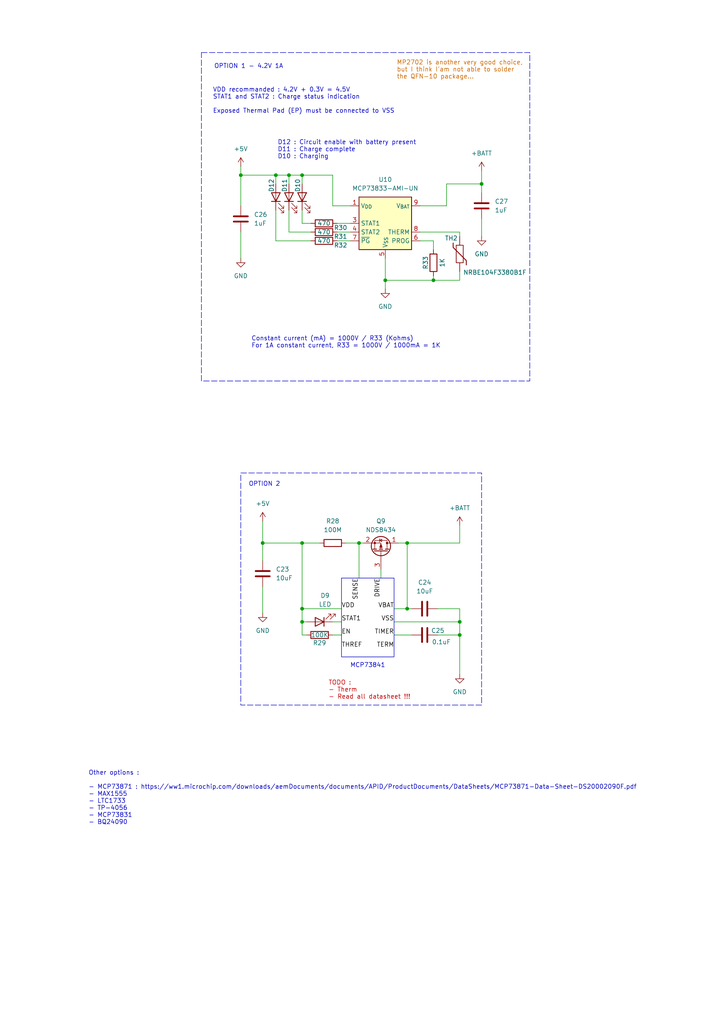
<source format=kicad_sch>
(kicad_sch (version 20231120) (generator "eeschema") (generator_version "8.0")
  (paper "A4" portrait)
  (title_block (title "Li-ion charge circuits") (date "2024-07-21") (rev "1.0") (company "Cool Inc."))
  (lib_symbols
    (symbol "Battery_Management:MCP73833-xxx-UN"
      (property "Reference" "U" (at -6.35 8.89 0))
      (property "Value" "MCP73833-xxx-UN" (at 10.16 8.89 0))
      (symbol "MCP73833-xxx-UN_1_1"
        (rectangle (start -7.62 7.62) (end 7.62 -7.62) (stroke (width 0.254)) (fill (type background)))
        (pin power_in line (at -10.16 5.08 0) (length 2.54) (name "V_{DD}") (number "1"))
        (pin passive line (at 10.16 5.08 180) (length 2.54) hide (name "V_{BAT}") (number "10"))
        (pin passive line (at -10.16 5.08 0) (length 2.54) hide (name "V_{DD}") (number "2"))
        (pin open_collector line (at -10.16 0 0) (length 2.54) (name "STAT1") (number "3"))
        (pin open_collector line (at -10.16 -2.54 0) (length 2.54) (name "STAT2") (number "4"))
        (pin power_in line (at 0 -10.16 90) (length 2.54) (name "V_{SS}") (number "5"))
        (pin input line (at 10.16 -5.08 180) (length 2.54) (name "PROG") (number "6"))
        (pin open_collector line (at -10.16 -5.08 0) (length 2.54) (name "~{PG}") (number "7"))
        (pin passive line (at 10.16 -2.54 180) (length 2.54) (name "THERM") (number "8"))
        (pin power_out line (at 10.16 5.08 180) (length 2.54) (name "V_{BAT}") (number "9"))
      )
    )
    (symbol "Device:C" (pin_numbers hide) (pin_names (offset 0.254))
      (property "Reference" "C" (at 0.635 2.54 0))
      (property "Value" "C" (at 0.635 -2.54 0))
      (symbol "C_0_1"
        (polyline (pts (xy -2.032 -0.762) (xy 2.032 -0.762)) (stroke (width 0.508)))
        (polyline (pts (xy -2.032 0.762) (xy 2.032 0.762)) (stroke (width 0.508)))
      )
      (symbol "C_1_1"
        (pin passive line (at 0 3.81 270) (length 2.794) (name "~") (number "1"))
        (pin passive line (at 0 -3.81 90) (length 2.794) (name "~") (number "2"))
      )
    )
    (symbol "Device:LED" (pin_numbers hide) (pin_names (offset 1.016) hide)
      (property "Reference" "D" (at 0 2.54 0))
      (property "Value" "LED" (at 0 -2.54 0))
      (symbol "LED_0_1"
        (polyline (pts (xy -1.27 -1.27) (xy -1.27 1.27)) (stroke (width 0.254)))
        (polyline (pts (xy -1.27 0) (xy 1.27 0)))
        (polyline (pts (xy 1.27 -1.27) (xy 1.27 1.27) (xy -1.27 0) (xy 1.27 -1.27)) (stroke (width 0.254)))
        (polyline (pts (xy -3.048 -0.762) (xy -4.572 -2.286) (xy -3.81 -2.286) (xy -4.572 -2.286) (xy -4.572 -1.524)))
        (polyline (pts (xy -1.778 -0.762) (xy -3.302 -2.286) (xy -2.54 -2.286) (xy -3.302 -2.286) (xy -3.302 -1.524)))
      )
      (symbol "LED_1_1"
        (pin passive line (at -3.81 0 0) (length 2.54) (name "K") (number "1"))
        (pin passive line (at 3.81 0 180) (length 2.54) (name "A") (number "2"))
      )
    )
    (symbol "Device:Q_PMOS_DSG" (pin_names (offset 0) hide)
      (property "Reference" "Q" (at 5.08 1.27 0))
      (property "Value" "Q_PMOS_DSG" (at 5.08 -1.27 0))
      (symbol "Q_PMOS_DSG_0_1"
        (polyline (pts (xy 0.254 0) (xy -2.54 0)))
        (polyline (pts (xy 0.254 1.905) (xy 0.254 -1.905)) (stroke (width 0.254)))
        (polyline (pts (xy 0.762 -1.27) (xy 0.762 -2.286)) (stroke (width 0.254)))
        (polyline (pts (xy 0.762 0.508) (xy 0.762 -0.508)) (stroke (width 0.254)))
        (polyline (pts (xy 0.762 2.286) (xy 0.762 1.27)) (stroke (width 0.254)))
        (polyline (pts (xy 2.54 2.54) (xy 2.54 1.778)))
        (polyline (pts (xy 2.54 -2.54) (xy 2.54 0) (xy 0.762 0)))
        (polyline (pts (xy 0.762 1.778) (xy 3.302 1.778) (xy 3.302 -1.778) (xy 0.762 -1.778)))
        (polyline (pts (xy 2.286 0) (xy 1.27 0.381) (xy 1.27 -0.381) (xy 2.286 0)) (fill (type outline)))
        (polyline (pts (xy 2.794 -0.508) (xy 2.921 -0.381) (xy 3.683 -0.381) (xy 3.81 -0.254)))
        (polyline (pts (xy 3.302 -0.381) (xy 2.921 0.254) (xy 3.683 0.254) (xy 3.302 -0.381)))
        (circle (center 1.651 0) (radius 2.794) (stroke (width 0.254)))
        (circle (center 2.54 -1.778) (radius 0.254) (fill (type outline)))
        (circle (center 2.54 1.778) (radius 0.254) (fill (type outline)))
      )
      (symbol "Q_PMOS_DSG_1_1"
        (pin passive line (at 2.54 5.08 270) (length 2.54) (name "D") (number "1"))
        (pin passive line (at 2.54 -5.08 90) (length 2.54) (name "S") (number "2"))
        (pin input line (at -5.08 0 0) (length 2.54) (name "G") (number "3"))
      )
    )
    (symbol "Device:R" (pin_numbers hide) (pin_names (offset 0))
      (property "Reference" "R" (at 2.032 0 90))
      (property "Value" "R" (at 0 0 90))
      (symbol "R_0_1"
        (rectangle (start -1.016 -2.54) (end 1.016 2.54) (stroke (width 0.254)))
      )
      (symbol "R_1_1"
        (pin passive line (at 0 3.81 270) (length 1.27) (name "~") (number "1"))
        (pin passive line (at 0 -3.81 90) (length 1.27) (name "~") (number "2"))
      )
    )
    (symbol "Device:Thermistor" (pin_numbers hide) (pin_names (offset 0))
      (property "Reference" "TH" (at 2.54 1.27 90))
      (property "Value" "Thermistor" (at -2.54 0 90))
      (symbol "Thermistor_0_1"
        (rectangle (start -1.016 2.54) (end 1.016 -2.54) (stroke (width 0.2032)))
        (polyline (pts (xy -1.905 3.175) (xy -1.905 1.905) (xy 1.905 -1.905) (xy 1.905 -3.175) (xy 1.905 -3.175)) (stroke (width 0.254)))
      )
      (symbol "Thermistor_1_1"
        (pin passive line (at 0 5.08 270) (length 2.54) (name "~") (number "1"))
        (pin passive line (at 0 -5.08 90) (length 2.54) (name "~") (number "2"))
      )
    )
    (symbol "power:+5V" (power) (pin_numbers hide) (pin_names (offset 0) hide)
      (property "Value" "+5V" (at 0 3.556 0))
      (symbol "+5V_0_1"
        (polyline (pts (xy -0.762 1.27) (xy 0 2.54)))
        (polyline (pts (xy 0 0) (xy 0 2.54)))
        (polyline (pts (xy 0 2.54) (xy 0.762 1.27)))
      )
      (symbol "+5V_1_1"
        (pin power_in line (at 0 0 90) (length 0) (name "~") (number "1"))
      )
    )
    (symbol "power:+BATT" (power) (pin_numbers hide) (pin_names (offset 0) hide)
      (property "Value" "+BATT" (at 0 3.556 0))
      (symbol "+BATT_0_1"
        (polyline (pts (xy -0.762 1.27) (xy 0 2.54)))
        (polyline (pts (xy 0 0) (xy 0 2.54)))
        (polyline (pts (xy 0 2.54) (xy 0.762 1.27)))
      )
      (symbol "+BATT_1_1"
        (pin power_in line (at 0 0 90) (length 0) (name "~") (number "1"))
      )
    )
    (symbol "power:GND" (power) (pin_numbers hide) (pin_names (offset 0) hide)
      (property "Value" "GND" (at 0 -3.81 0))
      (symbol "GND_0_1"
        (polyline (pts (xy 0 0) (xy 0 -1.27) (xy 1.27 -1.27) (xy 0 -2.54) (xy -1.27 -1.27) (xy 0 -1.27)))
      )
      (symbol "GND_1_1"
        (pin power_in line (at 0 0 270) (length 0) (name "~") (number "1"))
      )
    )
  )
  (junction (at 139.7 53.34))
  (junction (at 87.63 176.53))
  (junction (at 111.76 81.28))
  (junction (at 80.01 50.8))
  (junction (at 104.14 157.48))
  (junction (at 133.35 184.15))
  (junction (at 125.73 81.28))
  (junction (at 69.85 50.8))
  (junction (at 118.11 176.53))
  (junction (at 133.35 180.34))
  (junction (at 76.2 157.48))
  (junction (at 83.82 50.8))
  (junction (at 87.63 50.8))
  (junction (at 87.63 157.48))
  (junction (at 87.63 180.34))
  (junction (at 118.11 157.48))
  (wire (pts (xy 139.7 49.53) (xy 139.7 53.34)))
  (wire (pts (xy 87.63 53.34) (xy 87.63 50.8)))
  (wire (pts (xy 96.52 180.34) (xy 99.06 180.34)))
  (wire (pts (xy 87.63 184.15) (xy 87.63 180.34)))
  (wire (pts (xy 80.01 50.8) (xy 80.01 53.34)))
  (wire (pts (xy 87.63 50.8) (xy 96.52 50.8)))
  (wire (pts (xy 69.85 67.31) (xy 69.85 74.93)))
  (wire (pts (xy 87.63 157.48) (xy 92.71 157.48)))
  (wire (pts (xy 129.54 59.69) (xy 129.54 53.34)))
  (wire (pts (xy 80.01 69.85) (xy 90.17 69.85)))
  (wire (pts (xy 139.7 53.34) (xy 139.7 55.88)))
  (wire (pts (xy 80.01 60.96) (xy 80.01 69.85)))
  (wire (pts (xy 87.63 180.34) (xy 87.63 176.53)))
  (wire (pts (xy 97.79 69.85) (xy 101.6 69.85)))
  (wire (pts (xy 104.14 157.48) (xy 105.41 157.48)))
  (wire (pts (xy 99.06 176.53) (xy 87.63 176.53)))
  (wire (pts (xy 83.82 60.96) (xy 83.82 67.31)))
  (wire (pts (xy 69.85 48.26) (xy 69.85 50.8)))
  (wire (pts (xy 114.3 184.15) (xy 119.38 184.15)))
  (wire (pts (xy 76.2 157.48) (xy 76.2 162.56)))
  (wire (pts (xy 133.35 176.53) (xy 127 176.53)))
  (wire (pts (xy 83.82 50.8) (xy 80.01 50.8)))
  (wire (pts (xy 76.2 151.13) (xy 76.2 157.48)))
  (wire (pts (xy 96.52 184.15) (xy 99.06 184.15)))
  (wire (pts (xy 118.11 176.53) (xy 118.11 157.48)))
  (wire (pts (xy 133.35 180.34) (xy 133.35 184.15)))
  (wire (pts (xy 76.2 170.18) (xy 76.2 177.8)))
  (wire (pts (xy 83.82 50.8) (xy 87.63 50.8)))
  (wire (pts (xy 100.33 157.48) (xy 104.14 157.48)))
  (wire (pts (xy 121.92 59.69) (xy 129.54 59.69)))
  (wire (pts (xy 114.3 176.53) (xy 118.11 176.53)))
  (wire (pts (xy 87.63 60.96) (xy 87.63 64.77)))
  (wire (pts (xy 115.57 157.48) (xy 118.11 157.48)))
  (wire (pts (xy 121.92 69.85) (xy 125.73 69.85)))
  (wire (pts (xy 111.76 81.28) (xy 111.76 83.82)))
  (wire (pts (xy 127 184.15) (xy 133.35 184.15)))
  (wire (pts (xy 133.35 81.28) (xy 125.73 81.28)))
  (wire (pts (xy 83.82 67.31) (xy 90.17 67.31)))
  (wire (pts (xy 125.73 80.01) (xy 125.73 81.28)))
  (wire (pts (xy 125.73 69.85) (xy 125.73 72.39)))
  (wire (pts (xy 133.35 67.31) (xy 133.35 68.58)))
  (wire (pts (xy 129.54 53.34) (xy 139.7 53.34)))
  (wire (pts (xy 111.76 81.28) (xy 125.73 81.28)))
  (wire (pts (xy 133.35 78.74) (xy 133.35 81.28)))
  (wire (pts (xy 88.9 180.34) (xy 87.63 180.34)))
  (wire (pts (xy 133.35 180.34) (xy 133.35 176.53)))
  (wire (pts (xy 104.14 157.48) (xy 104.14 167.64)))
  (wire (pts (xy 80.01 50.8) (xy 69.85 50.8)))
  (wire (pts (xy 133.35 184.15) (xy 133.35 195.58)))
  (wire (pts (xy 87.63 64.77) (xy 90.17 64.77)))
  (wire (pts (xy 97.79 64.77) (xy 101.6 64.77)))
  (wire (pts (xy 114.3 180.34) (xy 133.35 180.34)))
  (wire (pts (xy 139.7 63.5) (xy 139.7 68.58)))
  (wire (pts (xy 76.2 157.48) (xy 87.63 157.48)))
  (wire (pts (xy 87.63 176.53) (xy 87.63 157.48)))
  (wire (pts (xy 118.11 157.48) (xy 133.35 157.48)))
  (wire (pts (xy 88.9 184.15) (xy 87.63 184.15)))
  (wire (pts (xy 101.6 59.69) (xy 96.52 59.69)))
  (wire (pts (xy 118.11 176.53) (xy 119.38 176.53)))
  (wire (pts (xy 96.52 59.69) (xy 96.52 50.8)))
  (wire (pts (xy 111.76 74.93) (xy 111.76 81.28)))
  (wire (pts (xy 69.85 50.8) (xy 69.85 59.69)))
  (wire (pts (xy 83.82 50.8) (xy 83.82 53.34)))
  (wire (pts (xy 110.49 165.1) (xy 110.49 167.64)))
  (wire (pts (xy 121.92 67.31) (xy 133.35 67.31)))
  (wire (pts (xy 133.35 152.4) (xy 133.35 157.48)))
  (wire (pts (xy 97.79 67.31) (xy 101.6 67.31)))
  (rectangle (start 69.85 137.16) (end 139.7 204.47) (stroke (width 0) (type dash)))
  (rectangle (start 99.06 167.64) (end 114.3 190.5))
  (rectangle (start 58.42 15.24) (end 153.67 110.49) (stroke (width 0) (type dash)))
  (text "MCP73841" (at 106.68 193.04 0) (effects (font (size 1.27 1.27))))
  (text "OPTION 1 - 4.2V 1A" (at 72.136 19.304 0) (effects (font (size 1.27 1.27))))
  (text "Constant current (mA) = 1000V / R33 (Kohms)\nFor 1A constant current, R33 = 1000V / 1000mA = 1K" (at 72.898 99.314 0) (effects (font (size 1.27 1.27)) (justify left)))
  (text "TODO :\n- Therm\n- Read all datasheet !!!" (at 95.25 200.152 0) (effects (font (size 1.27 1.27)) (justify left)))
  (text "D12 : Circuit enable with battery present\nD11 : Charge complete\nD10 : Charging" (at 80.518 43.434 0) (effects (font (size 1.27 1.27)) (justify left)))
  (text "MP2702 is another very good choice,\nbut I think I'am not able to solder\nthe QFN-10 package..." (at 115.062 20.32 0) (effects (font (size 1.27 1.27)) (justify left)))
  (text "Other options :\n\n- MCP73871 : https://ww1.microchip.com/downloads/aemDocuments/documents/APID/ProductDocuments/DataSheets/MCP73871-Data-Sheet-DS20002090F.pdf\n- MAX1555\n- LTC1733\n- TP-4056\n- MCP73831\n- BQ24090" (at 25.654 231.394 0) (effects (font (size 1.27 1.27)) (justify left)))
  (text "OPTION 2" (at 76.708 140.462 0) (effects (font (size 1.27 1.27))))
  (text "VDD recommanded : 4.2V + 0.3V = 4.5V\nSTAT1 and STAT2 : Charge status indication\n\nExposed Thermal Pad (EP) must be connected to VSS" (at 61.722 29.21 0) (effects (font (size 1.27 1.27)) (justify left)))
  (label "SENSE" (at 104.14 167.64 270))
  (label "DRIVE" (at 110.49 167.64 270))
  (label "VBAT" (at 114.3 176.53 180))
  (label "THREF" (at 99.06 187.96 0))
  (label "VDD" (at 99.06 176.53 0))
  (label "TERM" (at 114.3 187.96 180))
  (label "TIMER" (at 114.3 184.15 180))
  (label "VSS" (at 114.3 180.34 180))
  (label "EN" (at 99.06 184.15 0))
  (label "STAT1" (at 99.06 180.34 0))
  (symbol (lib_id "Battery_Management:MCP73833-xxx-UN") (at 111.76 64.77 0) (unit 1)
    (property "Reference" "U10" (at 111.76 52.07 0))
    (property "Value" "MCP73833-AMI-UN" (at 111.76 54.61 0))
    (property "Footprint" "Package_SO:MSOP-10_3x3mm_P0.5mm" (effects (hide yes)))
    (property "Datasheet" "https://ww1.microchip.com/downloads/aemDocuments/documents/OTH/ProductDocuments/DataSheets/22005b.pdf" (effects (hide yes)))
    (property "Description" "Stand-Alone Linear Li-Ion / Li-Polymer Charge Management Controller, MSOP-10" (effects (hide yes)))
  )
  (symbol (lib_id "power:+BATT") (at 133.35 152.4 0) (unit 1)
    (property "Reference" "#PWR035" (effects (hide yes)))
    (property "Value" "+BATT" (at 133.35 147.32 0))
    (property "Description" "Power symbol creates a global label with name \"+BATT\"" (effects (hide yes)))
  )
  (symbol (lib_id "power:+5V") (at 69.85 48.26 0) (unit 1)
    (property "Reference" "#PWR036" (effects (hide yes)))
    (property "Value" "+5V" (at 69.85 43.18 0))
    (property "Description" "Power symbol creates a global label with name \"+5V\"" (effects (hide yes)))
  )
  (symbol (lib_id "power:GND") (at 133.35 195.58 0) (unit 1)
    (property "Reference" "#PWR034" (effects (hide yes)))
    (property "Value" "GND" (at 133.35 200.66 0))
    (property "Description" "Power symbol creates a global label with name \"GND\" , ground" (effects (hide yes)))
  )
  (symbol (lib_id "Device:LED") (at 80.01 57.15 90) (unit 1)
    (property "Reference" "D12" (at 78.74 51.816 0) (effects (justify right)))
    (property "Value" "LED" (effects (hide yes)))
    (property "Description" "Light emitting diode" (effects (hide yes)))
  )
  (symbol (lib_id "Device:C") (at 139.7 59.69 0) (unit 1)
    (property "Reference" "C27" (at 143.51 58.4199 0) (effects (justify left)))
    (property "Value" "1uF" (at 143.51 60.9599 0) (effects (justify left)))
    (property "Description" "Unpolarized capacitor" (effects (hide yes)))
  )
  (symbol (lib_id "power:GND") (at 76.2 177.8 0) (unit 1)
    (property "Reference" "#PWR033" (effects (hide yes)))
    (property "Value" "GND" (at 76.2 182.88 0))
    (property "Description" "Power symbol creates a global label with name \"GND\" , ground" (effects (hide yes)))
  )
  (symbol (lib_id "Device:Thermistor") (at 133.35 73.66 0) (unit 1)
    (property "Reference" "TH2" (at 129.032 69.088 0) (effects (justify left)))
    (property "Value" "NRBE104F3380B1F" (at 134.366 78.994 0) (effects (justify left)))
    (property "Datasheet" "https://www.eaton.com/content/dam/eaton/products/electronic-components/resources/data-sheet/eaton-nrbe-epoxy-sealed-radial-lead-ntc-thermistor-data-sheet-elx1106-en.pdf" (effects (hide yes)))
    (property "Description" "Temperature dependent resistor" (effects (hide yes)))
  )
  (symbol (lib_id "Device:LED") (at 83.82 57.15 90) (unit 1)
    (property "Reference" "D11" (at 82.55 51.816 0) (effects (justify right)))
    (property "Value" "LED" (effects (hide yes)))
    (property "Description" "Light emitting diode" (effects (hide yes)))
  )
  (symbol (lib_id "power:GND") (at 139.7 68.58 0) (unit 1)
    (property "Reference" "#PWR041" (effects (hide yes)))
    (property "Value" "GND" (at 139.7 73.66 0))
    (property "Description" "Power symbol creates a global label with name \"GND\" , ground" (effects (hide yes)))
  )
  (symbol (lib_id "Device:R") (at 96.52 157.48 90) (unit 1)
    (property "Reference" "R28" (at 96.52 151.13 90))
    (property "Value" "100M" (at 96.52 153.67 90))
    (property "Description" "Resistor" (effects (hide yes)))
  )
  (symbol (lib_id "Device:R") (at 93.98 64.77 90) (unit 1)
    (property "Reference" "R30" (at 98.806 66.04 90))
    (property "Value" "470" (at 93.98 64.77 90))
    (property "Description" "Resistor" (effects (hide yes)))
  )
  (symbol (lib_id "Device:C") (at 123.19 176.53 90) (unit 1)
    (property "Reference" "C24" (at 123.19 168.91 90))
    (property "Value" "10uF" (at 123.19 171.45 90))
    (property "Description" "Unpolarized capacitor" (effects (hide yes)))
  )
  (symbol (lib_id "power:+BATT") (at 139.7 49.53 0) (unit 1)
    (property "Reference" "#PWR038" (effects (hide yes)))
    (property "Value" "+BATT" (at 139.7 44.45 0))
    (property "Description" "Power symbol creates a global label with name \"+BATT\"" (effects (hide yes)))
  )
  (symbol (lib_id "Device:Q_PMOS_DSG") (at 110.49 160.02 270) (mirror x) (unit 1)
    (property "Reference" "Q9" (at 110.49 151.13 90))
    (property "Value" "NDS8434" (at 110.49 153.67 90))
    (property "Description" "P-MOSFET transistor, drain/source/gate" (effects (hide yes)))
  )
  (symbol (lib_id "Device:C") (at 69.85 63.5 0) (unit 1)
    (property "Reference" "C26" (at 73.66 62.2299 0) (effects (justify left)))
    (property "Value" "1uF" (at 73.66 64.7699 0) (effects (justify left)))
    (property "Description" "Unpolarized capacitor" (effects (hide yes)))
  )
  (symbol (lib_id "power:GND") (at 111.76 83.82 0) (unit 1)
    (property "Reference" "#PWR040" (effects (hide yes)))
    (property "Value" "GND" (at 111.76 88.9 0))
    (property "Description" "Power symbol creates a global label with name \"GND\" , ground" (effects (hide yes)))
  )
  (symbol (lib_id "Device:R") (at 92.71 184.15 90) (unit 1)
    (property "Reference" "R29" (at 92.71 186.436 90))
    (property "Value" "100K" (at 92.71 184.15 90))
    (property "Description" "Resistor" (effects (hide yes)))
  )
  (symbol (lib_id "Device:LED") (at 87.63 57.15 90) (unit 1)
    (property "Reference" "D10" (at 86.36 51.816 0) (effects (justify right)))
    (property "Value" "LED" (effects (hide yes)))
    (property "Description" "Light emitting diode" (effects (hide yes)))
  )
  (symbol (lib_id "Device:C") (at 76.2 166.37 0) (unit 1)
    (property "Reference" "C23" (at 80.01 165.0999 0) (effects (justify left)))
    (property "Value" "10uF" (at 80.01 167.6399 0) (effects (justify left)))
    (property "Description" "Unpolarized capacitor" (effects (hide yes)))
  )
  (symbol (lib_id "Device:R") (at 93.98 69.85 90) (unit 1)
    (property "Reference" "R32" (at 98.806 71.12 90))
    (property "Value" "470" (at 93.98 69.85 90))
    (property "Description" "Resistor" (effects (hide yes)))
  )
  (symbol (lib_id "Device:LED") (at 92.71 180.34 180) (unit 1)
    (property "Reference" "D9" (at 94.2975 172.72 0))
    (property "Value" "LED" (at 94.2975 175.26 0))
    (property "Description" "Light emitting diode" (effects (hide yes)))
  )
  (symbol (lib_id "Device:C") (at 123.19 184.15 90) (unit 1)
    (property "Reference" "C25" (at 127 182.88 90))
    (property "Value" "0.1uF" (at 128.016 186.182 90))
    (property "Description" "Unpolarized capacitor" (effects (hide yes)))
  )
  (symbol (lib_id "power:+5V") (at 76.2 151.13 0) (unit 1)
    (property "Reference" "#PWR032" (effects (hide yes)))
    (property "Value" "+5V" (at 76.2 146.05 0))
    (property "Description" "Power symbol creates a global label with name \"+5V\"" (effects (hide yes)))
  )
  (symbol (lib_id "power:GND") (at 69.85 74.93 0) (unit 1)
    (property "Reference" "#PWR037" (effects (hide yes)))
    (property "Value" "GND" (at 69.85 80.01 0))
    (property "Description" "Power symbol creates a global label with name \"GND\" , ground" (effects (hide yes)))
  )
  (symbol (lib_id "Device:R") (at 125.73 76.2 180) (unit 1)
    (property "Reference" "R33" (at 123.444 76.2 90))
    (property "Value" "1K" (at 128.27 76.2 90))
    (property "Description" "Resistor" (effects (hide yes)))
  )
  (symbol (lib_id "Device:R") (at 93.98 67.31 90) (unit 1)
    (property "Reference" "R31" (at 98.806 68.58 90))
    (property "Value" "470" (at 93.98 67.31 90))
    (property "Description" "Resistor" (effects (hide yes)))
  )
)
</source>
